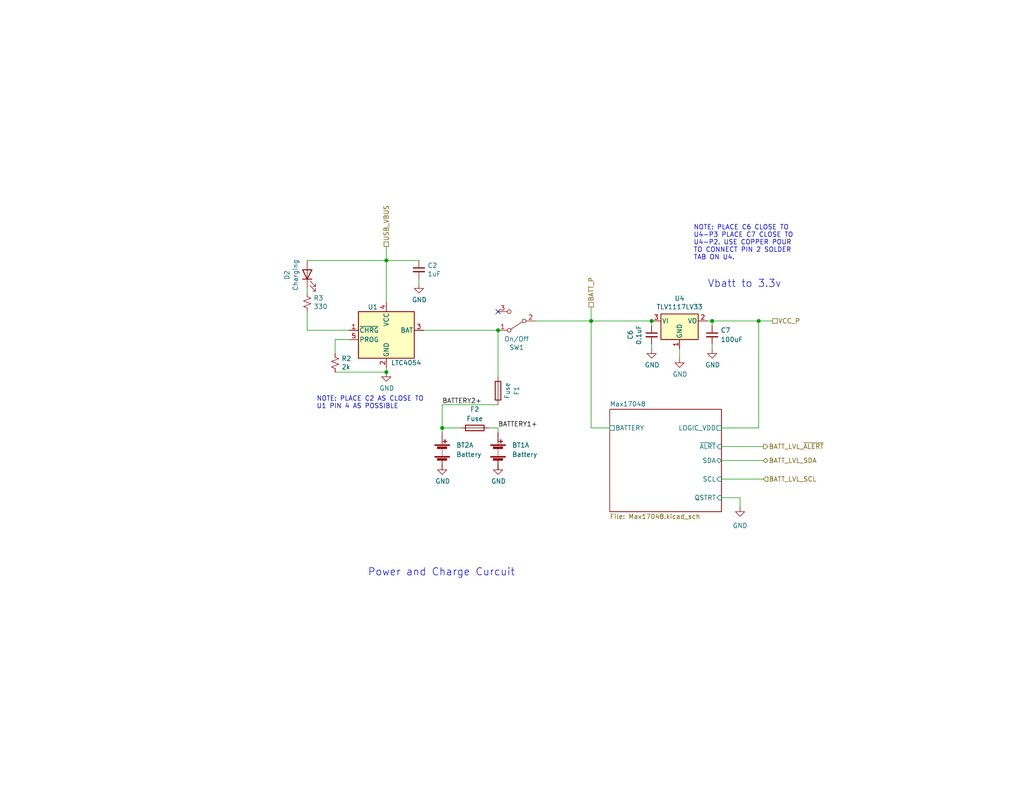
<source format=kicad_sch>
(kicad_sch (version 20250114) (generator "eeschema") (generator_version "9.0")
  (paper "USLetter")
  (title_block (title "CactusCon") (date "2024-11-23") (rev "v2.2") (company "BadgePirates") (comment 1 "SPI TFT w/Touch") (comment 2 "Lipo Charger / 14500 Battery x2 / Fuel Guage") (comment 3 "USB to Serial Connector / MicroSD / Buzzer") (comment 4 "ESP32-S3 WROOM (WIFI/BTLE) - N16"))
  (lib_symbols
    (symbol "BadgePirates:Battery_Connector_14500_x2" (pin_numbers (hide yes)) (pin_names (offset 0) (hide yes))
      (property "Reference" "BT2" (at 3.81 1.651 0))
      (property "Value" "Battery" (at 3.81 -0.889 0))
      (symbol "Battery_Connector_14500_x2_0_1"
        (rectangle (start -2.032 1.778) (end 2.032 1.524) (fill (type outline)))
        (rectangle (start -2.032 -1.397) (end 2.032 -1.651) (fill (type outline)))
        (rectangle (start -1.3208 1.1938) (end 1.27 0.6858) (fill (type outline)))
        (rectangle (start -1.3208 -1.9812) (end 1.27 -2.4892) (fill (type outline)))
        (polyline (pts (xy 0 1.778) (xy 0 2.54)))
        (polyline (pts (xy 0 0.508) (xy 0 0.762)))
        (polyline (pts (xy 0 0) (xy 0 0.254)))
        (polyline (pts (xy 0 -0.508) (xy 0 -0.254)))
        (polyline (pts (xy 0 -1.016) (xy 0 -0.762)))
        (polyline (pts (xy 0 -1.524) (xy 0 -1.27)))
        (polyline (pts (xy 0.254 2.667) (xy 1.27 2.667)) (stroke (width 0.254)))
        (polyline (pts (xy 0.762 3.175) (xy 0.762 2.159)) (stroke (width 0.254)))
      )
      (symbol "Battery_Connector_14500_x2_1_1"
        (pin passive line (at 0 5.08 270) (length 2.54) (name "+") (number "1"))
        (pin passive line (at 0 -5.08 90) (length 2.54) (name "-") (number "2"))
      )
      (symbol "Battery_Connector_14500_x2_2_1"
        (pin passive line (at 0 5.08 270) (length 2.54) (name "+") (number "1"))
        (pin passive line (at 0 -5.08 90) (length 2.54) (name "-") (number "2"))
      )
    )
    (symbol "BadgePirates:C_.1uf_0805" (pin_numbers (hide yes)) (pin_names (offset 0.254) (hide yes))
      (property "Reference" "C_.1uf_0805" (at 2.3368 1.1684 0))
      (property "Value" "0.1uF" (at 2.3368 -1.143 0))
      (symbol "C_.1uf_0805_0_1"
        (polyline (pts (xy -1.524 0.508) (xy 1.524 0.508)) (stroke (width 0.3048)))
        (polyline (pts (xy -1.524 -0.508) (xy 1.524 -0.508)) (stroke (width 0.3302)))
      )
      (symbol "C_.1uf_0805_1_1"
        (pin passive line (at 0 2.54 270) (length 2.032) (name "~") (number "1"))
        (pin passive line (at 0 -2.54 90) (length 2.032) (name "~") (number "2"))
      )
    )
    (symbol "BadgePirates:Fuse" (pin_numbers (hide yes)) (pin_names (offset 0))
      (property "Reference" "F1" (at -5.08 0 90))
      (property "Value" "Fuse" (at -2.54 0 90))
      (symbol "Fuse_0_1"
        (rectangle (start -0.762 -2.54) (end 0.762 2.54) (stroke (width 0.254)))
        (polyline (pts (xy 0 2.54) (xy 0 -2.54)))
      )
      (symbol "Fuse_1_1"
        (pin passive line (at 0 3.81 270) (length 1.27) (name "~") (number "1"))
        (pin passive line (at 0 -3.81 90) (length 1.27) (name "~") (number "2"))
      )
    )
    (symbol "BadgePirates:R_330k_1206" (pin_numbers (hide yes)) (pin_names (offset 0.254) (hide yes))
      (property "Reference" "R3" (at 1.7272 1.1684 0))
      (property "Value" "330" (at 1.7272 -1.143 0))
      (symbol "R_330k_1206_1_1"
        (polyline (pts (xy 0 1.524) (xy 1.016 1.143) (xy 0 0.762) (xy -1.016 0.381) (xy 0 0)))
        (polyline (pts (xy 0 0) (xy 1.016 -0.381) (xy 0 -0.762) (xy -1.016 -1.143) (xy 0 -1.524)))
        (pin passive line (at 0 2.54 270) (length 1.016) (name "~") (number "1"))
        (pin passive line (at 0 -2.54 90) (length 1.016) (name "~") (number "2"))
      )
    )
    (symbol "Battery_Management:LTC4054ES5-4.2" (pin_names (offset 0.254))
      (property "Reference" "U" (at -5.842 6.604 0))
      (property "Value" "LTC4054ES5-4.2" (at 1.524 6.604 0))
      (symbol "LTC4054ES5-4.2_0_1"
        (rectangle (start -7.62 5.08) (end 7.62 -7.62) (stroke (width 0.254)) (fill (type background)))
      )
      (symbol "LTC4054ES5-4.2_1_1"
        (pin open_collector line (at -10.16 0 0) (length 2.54) (name "~{CHRG}") (number "1"))
        (pin bidirectional line (at -10.16 -2.54 0) (length 2.54) (name "PROG") (number "5"))
        (pin power_in line (at 0 7.62 270) (length 2.54) (name "VCC") (number "4"))
        (pin power_in line (at 0 -10.16 90) (length 2.54) (name "GND") (number "2"))
        (pin power_out line (at 10.16 0 180) (length 2.54) (name "BAT") (number "3"))
      )
    )
    (symbol "Device:C_Small" (pin_numbers (hide yes)) (pin_names (offset 0.254) (hide yes))
      (property "Reference" "C" (at 0.254 1.778 0))
      (property "Value" "C_Small" (at 0.254 -2.032 0))
      (symbol "C_Small_0_1"
        (polyline (pts (xy -1.524 0.508) (xy 1.524 0.508)) (stroke (width 0.3048)))
        (polyline (pts (xy -1.524 -0.508) (xy 1.524 -0.508)) (stroke (width 0.3302)))
      )
      (symbol "C_Small_1_1"
        (pin passive line (at 0 2.54 270) (length 2.032) (name "~") (number "1"))
        (pin passive line (at 0 -2.54 90) (length 2.032) (name "~") (number "2"))
      )
    )
    (symbol "Device:Fuse" (pin_numbers (hide yes)) (pin_names (offset 0))
      (property "Reference" "F" (at 2.032 0 90))
      (property "Value" "Fuse" (at -1.905 0 90))
      (symbol "Fuse_0_1"
        (rectangle (start -0.762 -2.54) (end 0.762 2.54) (stroke (width 0.254)))
        (polyline (pts (xy 0 2.54) (xy 0 -2.54)))
      )
      (symbol "Fuse_1_1"
        (pin passive line (at 0 3.81 270) (length 1.27) (name "~") (number "1"))
        (pin passive line (at 0 -3.81 90) (length 1.27) (name "~") (number "2"))
      )
    )
    (symbol "Device:LED" (pin_numbers (hide yes)) (pin_names (offset 1.016) (hide yes))
      (property "Reference" "D" (at 0 2.54 0))
      (property "Value" "LED" (at 0 -2.54 0))
      (symbol "LED_0_1"
        (polyline (pts (xy -3.048 -0.762) (xy -4.572 -2.286) (xy -3.81 -2.286) (xy -4.572 -2.286) (xy -4.572 -1.524)))
        (polyline (pts (xy -1.778 -0.762) (xy -3.302 -2.286) (xy -2.54 -2.286) (xy -3.302 -2.286) (xy -3.302 -1.524)))
        (polyline (pts (xy -1.27 0) (xy 1.27 0)))
        (polyline (pts (xy -1.27 -1.27) (xy -1.27 1.27)) (stroke (width 0.254)))
        (polyline (pts (xy 1.27 -1.27) (xy 1.27 1.27) (xy -1.27 0) (xy 1.27 -1.27)) (stroke (width 0.254)))
      )
      (symbol "LED_1_1"
        (pin passive line (at -3.81 0 0) (length 2.54) (name "K") (number "1"))
        (pin passive line (at 3.81 0 180) (length 2.54) (name "A") (number "2"))
      )
    )
    (symbol "Device:R_Small_US" (pin_numbers (hide yes)) (pin_names (offset 0.254) (hide yes))
      (property "Reference" "R" (at 0.762 0.508 0))
      (property "Value" "R_Small_US" (at 0.762 -1.016 0))
      (symbol "R_Small_US_1_1"
        (polyline (pts (xy 0 1.524) (xy 1.016 1.143) (xy 0 0.762) (xy -1.016 0.381) (xy 0 0)))
        (polyline (pts (xy 0 0) (xy 1.016 -0.381) (xy 0 -0.762) (xy -1.016 -1.143) (xy 0 -1.524)))
        (pin passive line (at 0 2.54 270) (length 1.016) (name "~") (number "1"))
        (pin passive line (at 0 -2.54 90) (length 1.016) (name "~") (number "2"))
      )
    )
    (symbol "GND_1" (power) (pin_names (offset 0))
      (property "Value" "GND_1" (at 0 -3.81 0))
      (symbol "GND_1_0_1"
        (polyline (pts (xy 0 0) (xy 0 -1.27) (xy 1.27 -1.27) (xy 0 -2.54) (xy -1.27 -1.27) (xy 0 -1.27)))
      )
      (symbol "GND_1_1_1"
        (pin power_in line (at 0 0 270) (length 0) (hide yes) (name "GND") (number "1"))
      )
    )
    (symbol "Regulator_Linear:TLV1117-33" (pin_names (offset 0.254))
      (property "Reference" "U4" (at 0 6.1468 0))
      (property "Value" "TLV1117-33" (at 0 3.8354 0))
      (symbol "TLV1117-33_0_1"
        (rectangle (start -5.08 -5.08) (end 5.08 1.905) (stroke (width 0.254)) (fill (type background)))
      )
      (symbol "TLV1117-33_1_1"
        (pin power_in line (at -7.62 0 0) (length 2.54) (name "VI") (number "3"))
        (pin power_in line (at 0 -7.62 90) (length 2.54) (name "GND") (number "1"))
        (pin power_out line (at 7.62 0 180) (length 2.54) (name "VO") (number "2"))
        (pin power_in line (at 7.62 0 180) (length 2.54) (hide yes) (name "VO") (number "4"))
      )
    )
    (symbol "Switch:SW_SPDT" (pin_names (offset 0) (hide yes))
      (property "Reference" "SW" (at 0 4.318 0))
      (property "Value" "SW_SPDT" (at 0 -5.08 0))
      (symbol "SW_SPDT_0_0"
        (circle (center -2.032 0) (radius 0.508))
        (circle (center 2.032 -2.54) (radius 0.508))
      )
      (symbol "SW_SPDT_0_1"
        (polyline (pts (xy -1.524 0.254) (xy 1.651 2.286)))
        (circle (center 2.032 2.54) (radius 0.508))
      )
      (symbol "SW_SPDT_1_1"
        (pin passive line (at -5.08 0 0) (length 2.54) (name "B") (number "2"))
        (pin passive line (at 5.08 2.54 180) (length 2.54) (name "A") (number "1"))
        (pin passive line (at 5.08 -2.54 180) (length 2.54) (name "C") (number "3"))
      )
    )
    (symbol "power:GND" (power) (pin_names (offset 0))
      (property "Value" "GND" (at 0 -3.81 0))
      (symbol "GND_0_1"
        (polyline (pts (xy 0 0) (xy 0 -1.27) (xy 1.27 -1.27) (xy 0 -2.54) (xy -1.27 -1.27) (xy 0 -1.27)))
      )
      (symbol "GND_1_1"
        (pin power_in line (at 0 0 270) (length 0) (hide yes) (name "GND") (number "1"))
      )
    )
  )
  (text "Power and Charge Curcuit\n" (at 100.33 157.48 0) (effects (font (size 2.0066 2.0066)) (justify left bottom)))
  (text "NOTE: PLACE C2 AS CLOSE TO\nU1 PIN 4 AS POSSIBLE" (at 86.36 111.76 0) (effects (font (size 1.27 1.27)) (justify left bottom)))
  (text "NOTE: PLACE C6 CLOSE TO\nU4-P3 PLACE C7 CLOSE TO\nU4-P2. USE COPPER POUR\nTO CONNECT PIN 2 SOLDER\nTAB ON U4." (at 189.23 71.12 0) (effects (font (size 1.27 1.27)) (justify left bottom)))
  (text "Vbatt to 3.3v" (at 193.04 78.74 0) (effects (font (size 2.0066 2.0066)) (justify left bottom)))
  (junction (at 161.29 87.63))
  (junction (at 194.31 87.63))
  (junction (at 105.41 71.12))
  (junction (at 207.01 87.63))
  (junction (at 105.41 101.6))
  (junction (at 177.8 87.63))
  (junction (at 120.65 116.84))
  (junction (at 135.89 90.17))
  (no_connect (at 135.89 85.09))
  (wire (pts (xy 161.29 87.63) (xy 177.8 87.63)))
  (wire (pts (xy 83.82 71.12) (xy 105.41 71.12)))
  (wire (pts (xy 196.85 125.73) (xy 208.28 125.73)))
  (wire (pts (xy 207.01 87.63) (xy 194.31 87.63)))
  (wire (pts (xy 196.85 130.81) (xy 208.28 130.81)))
  (wire (pts (xy 83.82 78.74) (xy 83.82 80.01)))
  (wire (pts (xy 120.65 116.84) (xy 125.73 116.84)))
  (wire (pts (xy 120.65 116.84) (xy 120.65 118.11)))
  (wire (pts (xy 115.57 90.17) (xy 135.89 90.17)))
  (wire (pts (xy 177.8 88.9) (xy 177.8 87.63)))
  (wire (pts (xy 105.41 71.12) (xy 105.41 82.55)))
  (wire (pts (xy 83.82 85.09) (xy 83.82 90.17)))
  (wire (pts (xy 133.35 116.84) (xy 135.89 116.84)))
  (wire (pts (xy 146.05 87.63) (xy 161.29 87.63)))
  (wire (pts (xy 161.29 87.63) (xy 161.29 116.84)))
  (wire (pts (xy 120.65 128.27) (xy 120.65 127)))
  (wire (pts (xy 91.44 92.71) (xy 91.44 96.52)))
  (wire (pts (xy 201.93 138.43) (xy 201.93 135.89)))
  (wire (pts (xy 105.41 67.31) (xy 105.41 71.12)))
  (wire (pts (xy 135.89 110.49) (xy 120.65 110.49)))
  (wire (pts (xy 161.29 116.84) (xy 166.37 116.84)))
  (wire (pts (xy 105.41 100.33) (xy 105.41 101.6)))
  (wire (pts (xy 207.01 116.84) (xy 196.85 116.84)))
  (wire (pts (xy 207.01 87.63) (xy 210.82 87.63)))
  (wire (pts (xy 135.89 116.84) (xy 135.89 118.11)))
  (wire (pts (xy 194.31 93.98) (xy 194.31 95.25)))
  (wire (pts (xy 114.3 76.2) (xy 114.3 77.47)))
  (wire (pts (xy 196.85 121.92) (xy 208.28 121.92)))
  (wire (pts (xy 95.25 92.71) (xy 91.44 92.71)))
  (wire (pts (xy 105.41 71.12) (xy 114.3 71.12)))
  (wire (pts (xy 207.01 87.63) (xy 207.01 116.84)))
  (wire (pts (xy 83.82 90.17) (xy 95.25 90.17)))
  (wire (pts (xy 91.44 101.6) (xy 105.41 101.6)))
  (wire (pts (xy 177.8 95.25) (xy 177.8 93.98)))
  (wire (pts (xy 135.89 128.27) (xy 135.89 127)))
  (wire (pts (xy 120.65 110.49) (xy 120.65 116.84)))
  (wire (pts (xy 161.29 83.82) (xy 161.29 87.63)))
  (wire (pts (xy 201.93 135.89) (xy 196.85 135.89)))
  (wire (pts (xy 194.31 87.63) (xy 194.31 88.9)))
  (wire (pts (xy 185.42 95.25) (xy 185.42 97.79)))
  (wire (pts (xy 193.04 87.63) (xy 194.31 87.63)))
  (wire (pts (xy 135.89 90.17) (xy 135.89 102.87)))
  (label "BATTERY2+" (at 120.65 110.49 0))
  (label "BATTERY1+" (at 135.89 116.84 0))
  (hierarchical_label "BATT_LVL_~{ALERT}" (shape output) (at 208.28 121.92 0))
  (hierarchical_label "BATT_P" (shape passive) (at 161.29 83.82 90))
  (hierarchical_label "BATT_LVL_SDA" (shape bidirectional) (at 208.28 125.73 0))
  (hierarchical_label "VCC_P" (shape passive) (at 210.82 87.63 0))
  (hierarchical_label "USB_VBUS" (shape passive) (at 105.41 67.31 90))
  (hierarchical_label "BATT_LVL_SCL" (shape input) (at 208.28 130.81 0))
  (symbol (lib_id "power:GND") (at 120.65 127 0) (unit 1)
    (property "Reference" "#PWR039" (effects (hide yes)))
    (property "Value" "GND" (at 120.777 131.3942 0))
  )
  (symbol (lib_id "Device:LED") (at 83.82 74.93 90) (unit 1)
    (property "Reference" "D2" (at 78.3082 75.1078 0))
    (property "Value" "Charging" (at 80.6196 75.1078 0))
    (property "Footprint" "BadgePirates:LED_1206" (effects (hide yes)))
    (property "MFG" "Foshan NationStar Optoelectronics" (effects (hide yes)))
    (property "MFG_PN" "NCD1206B1" (effects (hide yes)))
    (property "Vendor1" "LCSC" (effects (hide yes)))
    (property "Vendor1_PN" "C130717" (effects (hide yes)))
    (property "Vendor1_URL" "https://www.lcsc.com/product-detail/Light-Emitting-Diodes-span-style-background-color-ff0-LED-span_Foshan-NationStar-Optoelectronics-NCD1206B1_C130717.html" (effects (hide yes)))
  )
  (symbol (lib_id "Battery_Management:LTC4054ES5-4.2") (at 105.41 90.17 0) (unit 1)
    (property "Reference" "U1" (at 100.33 83.82 0) (effects (justify left)))
    (property "Value" "LTC4054" (at 106.68 99.06 0) (effects (justify left)))
    (property "Footprint" "BadgePirates:LTC4054" (effects (hide yes)))
    (property "Datasheet" "https://datasheet.lcsc.com/lcsc/1912111437_TPOWER-TP4054ST25K_C382138.pdf" (effects (hide yes)))
    (property "MFG" "TPOWER" (effects (hide yes)))
    (property "MFG_PN" "TP4054ST25K" (effects (hide yes)))
    (property "Vendor1" "LCSC" (effects (hide yes)))
    (property "Vendor1_PN" "TP4054ST25K" (effects (hide yes)))
    (property "Vendor1_URL" "https://www.lcsc.com/product-detail/Battery-Management-ICs_TPOWER-TP4054ST25K_C382138.html" (effects (hide yes)))
  )
  (symbol (lib_id "BadgePirates:Battery_Connector_14500_x2") (at 135.89 123.19 0) (unit 1)
    (property "Reference" "BT1" (at 139.7 121.539 0) (effects (justify left)))
    (property "Value" "Battery" (at 139.7 124.079 0) (effects (justify left)))
    (property "Footprint" "BadgePirates:Battery - 14500" (effects (hide yes)))
    (property "Datasheet" "https://www.keyelco.com/userAssets/file/M65p10.pdf" (effects (hide yes)))
    (property "MFG" "Keystone Electronics" (effects (hide yes)))
    (property "MFG_PN" "53" (effects (hide yes)))
    (property "Vendor1" "DigiKey" (effects (hide yes)))
    (property "Vendor1_PN" "36-53-ND" (effects (hide yes)))
    (property "Vendor1_URL" "https://www.digikey.com/en/products/detail/keystone-electronics/53/2745544" (effects (hide yes)))
  )
  (symbol (lib_id "power:GND") (at 185.42 97.79 0) (unit 1)
    (property "Reference" "#PWR035" (effects (hide yes)))
    (property "Value" "GND" (at 185.547 102.1842 0))
  )
  (symbol (lib_id "Regulator_Linear:TLV1117-33") (at 185.42 87.63 0) (unit 1)
    (property "Reference" "U4" (at 185.42 81.4832 0))
    (property "Value" "TLV1117LV33" (at 185.42 83.7946 0))
    (property "Footprint" "BadgePirates:SOT-223" (effects (hide yes)))
    (property "Datasheet" "https://datasheet.lcsc.com/lcsc/1809050431_Texas-Instruments-TLV1117LV33DCYR_C15578.pdf" (effects (hide yes)))
    (property "OrderURL" "https://www.lcsc.com/product-detail/_Texas-Instruments-_C15578.html" (effects (hide yes)))
    (property "MFG" "Texas Instruments" (effects (hide yes)))
    (property "MFG_PN" "TLV1117LV33DCYR" (effects (hide yes)))
    (property "Vendor1" "LCSC" (effects (hide yes)))
    (property "Vendor1_PN" "C15578" (effects (hide yes)))
    (property "Vendor1_URL" "https://www.lcsc.com/product-detail/_Texas-Instruments-_C15578.html" (effects (hide yes)))
  )
  (symbol (lib_id "BadgePirates:R_330k_1206") (at 83.82 82.55 0) (unit 1)
    (property "Reference" "R3" (at 85.5472 81.3816 0) (effects (justify left)))
    (property "Value" "330" (at 85.5472 83.693 0) (effects (justify left)))
    (property "Footprint" "BadgePirates:R_1206_3216Metric" (effects (hide yes)))
    (property "Datasheet" "https://datasheet.lcsc.com/lcsc/2304140030_YAGEO-AC1206JR-07330KL_C229929.pdf" (effects (hide yes)))
    (property "MFG" "YAGEO" (effects (hide yes)))
    (property "MFG_PN" "AC1206JR-07330KL" (effects (hide yes)))
    (property "Vendor1" "LCSC" (effects (hide yes)))
    (property "Vendor1_PN" "C229929" (effects (hide yes)))
    (property "Vendor1_URL" "https://www.lcsc.com/product-detail/Chip-Resistor-Surface-Mount_YAGEO-AC1206JR-07330KL_C229929.html" (effects (hide yes)))
  )
  (symbol (lib_id "power:GND") (at 177.8 95.25 0) (unit 1)
    (property "Reference" "#PWR031" (effects (hide yes)))
    (property "Value" "GND" (at 177.927 99.6442 0))
  )
  (symbol (lib_id "power:GND") (at 194.31 95.25 0) (unit 1)
    (property "Reference" "#PWR038" (effects (hide yes)))
    (property "Value" "GND" (at 194.437 99.6442 0))
  )
  (symbol (lib_id "power:GND") (at 114.3 77.47 0) (unit 1)
    (property "Reference" "#PWR015" (effects (hide yes)))
    (property "Value" "GND" (at 114.427 81.8642 0))
  )
  (symbol (lib_id "Device:R_Small_US") (at 91.44 99.06 0) (unit 1)
    (property "Reference" "R2" (at 93.1672 97.8916 0) (effects (justify left)))
    (property "Value" "2k" (at 93.1672 100.203 0) (effects (justify left)))
    (property "Footprint" "BadgePirates:R_1206_3216Metric" (effects (hide yes)))
    (property "Datasheet" "https://datasheet.lcsc.com/lcsc/2304140030_YAGEO-RC1206FR-072KL_C133543.pdf" (effects (hide yes)))
    (property "MFG" "YAGEO" (effects (hide yes)))
    (property "MFG_PN" "RC1206FR-072KL" (effects (hide yes)))
    (property "Vendor1" "LCSC" (effects (hide yes)))
    (property "Vendor1_PN" "C133543" (effects (hide yes)))
    (property "Vendor1_URL" "https://www.lcsc.com/product-detail/Chip-Resistor-Surface-Mount_YAGEO-RC1206FR-072KL_C133543.html" (effects (hide yes)))
  )
  (symbol (lib_id "power:GND") (at 135.89 127 0) (unit 1)
    (property "Reference" "#PWR01" (effects (hide yes)))
    (property "Value" "GND" (at 136.017 131.3942 0))
  )
  (symbol (lib_id "Device:C_Small") (at 194.31 91.44 0) (unit 1)
    (property "Reference" "C7" (at 196.6214 90.1735 0) (effects (justify left)))
    (property "Value" "100uF" (at 196.6214 92.7104 0) (effects (justify left)))
    (property "Footprint" "BadgePirates:100uf_CP_Pad1.50x2.35mm" (effects (hide yes)))
    (property "Datasheet" "https://datasheet.lcsc.com/lcsc/2304140030_Kyocera-AVX-TAJB107M006RNJ_C7195.pdf" (effects (hide yes)))
    (property "Package" "CASE-B-3528" (effects (hide yes)))
    (property "MFG" "KYOCERA AVX" (effects (hide yes)))
    (property "MFG_PN" "TAJB107M006RNJ" (effects (hide yes)))
    (property "Vendor1" "LCSC" (effects (hide yes)))
    (property "Vendor1_PN" "C7195" (effects (hide yes)))
    (property "Vendor1_URL" "https://www.lcsc.com/product-detail/Tantalum-Capacitors_Kyocera-AVX-TAJB107M006RNJ_C7195.html" (effects (hide yes)))
  )
  (symbol (lib_id "Switch:SW_SPDT") (at 140.97 87.63 180) (unit 1)
    (property "Reference" "SW1" (at 140.97 94.869 0))
    (property "Value" "On/Off" (at 140.97 92.5576 0))
    (property "Footprint" "BadgePirates:SW_SPDT_PCM12" (effects (hide yes)))
    (property "Datasheet" "https://datasheet.lcsc.com/lcsc/1808041445_ALPSALPINE-SSSS811101_C109335.pdf" (effects (hide yes)))
    (property "MFG" "ALPSALPINE" (effects (hide yes)))
    (property "MFG_PN" "SSSS811101" (effects (hide yes)))
    (property "Vendor1" "LCSC" (effects (hide yes)))
    (property "Vendor1_PN" "C109335" (effects (hide yes)))
    (property "Vendor1_URL" "https://www.lcsc.com/product-detail/Slide-Switches_ALPSALPINE-SSSS811101_C109335.html" (effects (hide yes)))
  )
  (symbol (lib_id "Device:C_Small") (at 114.3 73.66 0) (unit 1)
    (property "Reference" "C2" (at 116.6368 72.4916 0) (effects (justify left)))
    (property "Value" "1uF" (at 116.6368 74.803 0) (effects (justify left)))
    (property "Footprint" "BadgePirates:C_0805_2012Metric" (effects (hide yes)))
    (property "Datasheet" "https://datasheet.lcsc.com/lcsc/2304140030_Samsung-Electro-Mechanics-CL21B105KBFNNNE_C28323.pdf" (effects (hide yes)))
    (property "MFG" "Samsung Electro-Mechanics" (effects (hide yes)))
    (property "MFG_PN" "CL21B105KBFNNNE" (effects (hide yes)))
    (property "Vendor1" "LCSC" (effects (hide yes)))
    (property "Vendor1_PN" "C28323" (effects (hide yes)))
    (property "Vendor1_URL" "https://www.lcsc.com/product-detail/Multilayer-Ceramic-Capacitors-MLCC-SMD-SMT_Samsung-Electro-Mechanics-CL21B105KBFNNNE_C28323.html" (effects (hide yes)))
  )
  (symbol (lib_id "BadgePirates:C_.1uf_0805") (at 177.8 91.44 0) (unit 1)
    (property "Reference" "C6" (at 171.9834 91.44 90))
    (property "Value" "0.1uF" (at 174.2948 91.44 90))
    (property "Footprint" "BadgePirates:C_0805_2012Metric" (effects (hide yes)))
    (property "Datasheet" "https://datasheet.lcsc.com/lcsc/2304140030_TORCH-CT41G-0805-2X1-50V-0-1-F-K-N_C126469.pdf" (effects (hide yes)))
    (property "MFG" "TORCH " (effects (hide yes)))
    (property "MFG_PN" "CT41G-0805-2X1-50V-0.1μF-K(N)" (effects (hide yes)))
    (property "Vendor1" "LCSC" (effects (hide yes)))
    (property "Vendor1_PN" "C126469" (effects (hide yes)))
    (property "Vendor1_URL" "https://www.lcsc.com/product-detail/Multilayer-Ceramic-Capacitors-MLCC-SMD-SMT_TORCH-CT41G-0805-2X1-50V-0-1-F-K-N_C126469.html" (effects (hide yes)))
  )
  (symbol (lib_id "BadgePirates:Fuse") (at 129.54 116.84 270) (unit 1)
    (property "Reference" "F2" (at 129.54 111.76 90))
    (property "Value" "Fuse" (at 129.54 114.3 90))
    (property "Footprint" "BadgePirates:R_1206_3216Metric" (effects (hide yes)))
    (property "Datasheet" "https://datasheet.lcsc.com/lcsc/1810101859_TLC-Electronic-TLC-NSMD200_C261957.pdf" (effects (hide yes)))
    (property "MFG" "TLC Electronic" (effects (hide yes)))
    (property "MFG_PN" "TLC-NSMD200" (effects (hide yes)))
    (property "Vendor1" "LCSC" (effects (hide yes)))
    (property "Vendor1_PN" "C261957" (effects (hide yes)))
    (property "Vendor1_URL" "https://www.lcsc.com/product-detail/Resettable-Fuses_TLC-Electronic-TLC-NSMD200_C261957.html" (effects (hide yes)))
  )
  (symbol (lib_id "Device:Fuse") (at 135.89 106.68 180) (unit 1)
    (property "Reference" "F1" (at 140.97 106.68 90))
    (property "Value" "Fuse" (at 138.43 106.68 90))
    (property "Footprint" "BadgePirates:R_1206_3216Metric" (effects (hide yes)))
    (property "Datasheet" "https://datasheet.lcsc.com/lcsc/1810101859_TLC-Electronic-TLC-NSMD200_C261957.pdf" (effects (hide yes)))
    (property "MFG" "TLC Electronic" (effects (hide yes)))
    (property "MFG_PN" "TLC-NSMD200" (effects (hide yes)))
    (property "Vendor1" "LCSC" (effects (hide yes)))
    (property "Vendor1_PN" "C261957" (effects (hide yes)))
    (property "Vendor1_URL" "https://www.lcsc.com/product-detail/Resettable-Fuses_TLC-Electronic-TLC-NSMD200_C261957.html" (effects (hide yes)))
  )
  (symbol (lib_name "GND_1") (lib_id "power:GND") (at 201.93 138.43 0) (unit 1)
    (property "Reference" "#PWR062" (effects (hide yes)))
    (property "Value" "GND" (at 201.93 143.51 0))
  )
  (symbol (lib_id "power:GND") (at 105.41 101.6 0) (unit 1)
    (property "Reference" "#PWR012" (effects (hide yes)))
    (property "Value" "GND" (at 105.537 105.9942 0))
  )
  (symbol (lib_id "BadgePirates:Battery_Connector_14500_x2") (at 120.65 123.19 0) (unit 1)
    (property "Reference" "BT2" (at 124.46 121.539 0) (effects (justify left)))
    (property "Value" "Battery" (at 124.46 124.079 0) (effects (justify left)))
    (property "Footprint" "BadgePirates:Battery - 14500" (effects (hide yes)))
    (property "Datasheet" "https://www.keyelco.com/userAssets/file/M65p10.pdf" (effects (hide yes)))
    (property "MFG" "Keystone Electronics" (effects (hide yes)))
    (property "MFG_PN" "53" (effects (hide yes)))
    (property "Vendor1" "DigiKey" (effects (hide yes)))
    (property "Vendor1_PN" "36-53-ND" (effects (hide yes)))
    (property "Vendor1_URL" "https://www.digikey.com/en/products/detail/keystone-electronics/53/2745544" (effects (hide yes)))
  )
  (sheet (at 166.37 111.76) (size 30.48 27.94) (stroke (width 0.1524))
    (property "Sheetname" "Max17048" (at 166.37 111.0484 0) (effects (justify left bottom)))
    (property "Sheetfile" "Max17048.kicad_sch" (at 166.37 140.2846 0) (effects (justify left top)))
    (pin "BATTERY" passive (at 166.37 116.84 180))
    (pin "QSTRT" input (at 196.85 135.89 0))
    (pin "SCL" input (at 196.85 130.81 0))
    (pin "LOGIC_VDD" passive (at 196.85 116.84 0))
    (pin "~{ALRT}" input (at 196.85 121.92 0))
    (pin "SDA" bidirectional (at 196.85 125.73 0))
  )
)
</source>
